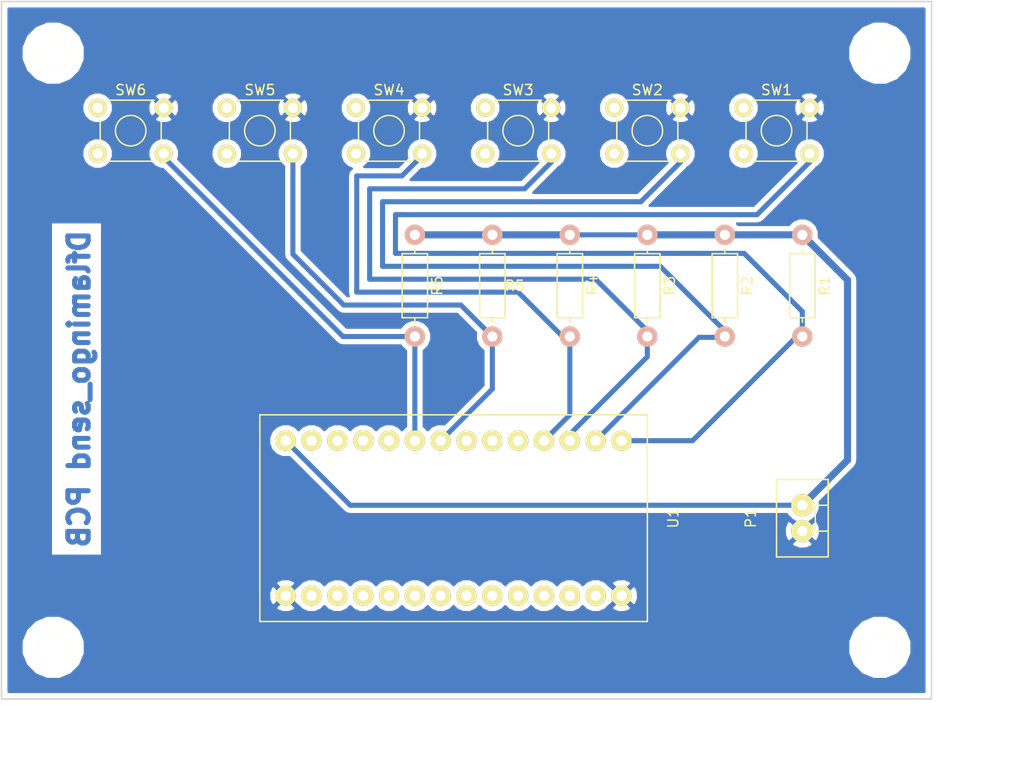
<source format=kicad_pcb>
(kicad_pcb (version 4) (host pcbnew 4.0.1-stable)

  (general
    (links 27)
    (no_connects 2)
    (area 83.315476 86.284999 188.34 162.720001)
    (thickness 1.6)
    (drawings 7)
    (tracks 58)
    (zones 0)
    (modules 18)
    (nets 40)
  )

  (page A4)
  (layers
    (0 F.Cu signal)
    (31 B.Cu signal)
    (32 B.Adhes user)
    (33 F.Adhes user)
    (34 B.Paste user)
    (35 F.Paste user)
    (36 B.SilkS user)
    (37 F.SilkS user)
    (38 B.Mask user)
    (39 F.Mask user)
    (40 Dwgs.User user)
    (41 Cmts.User user)
    (42 Eco1.User user)
    (43 Eco2.User user)
    (44 Edge.Cuts user)
    (45 Margin user)
    (46 B.CrtYd user)
    (47 F.CrtYd user)
    (48 B.Fab user)
    (49 F.Fab user)
  )

  (setup
    (last_trace_width 0.5)
    (trace_clearance 0.2)
    (zone_clearance 0.508)
    (zone_45_only no)
    (trace_min 0.2)
    (segment_width 0.2)
    (edge_width 0.15)
    (via_size 0.6)
    (via_drill 0.4)
    (via_min_size 0.4)
    (via_min_drill 0.3)
    (uvia_size 0.3)
    (uvia_drill 0.1)
    (uvias_allowed no)
    (uvia_min_size 0.2)
    (uvia_min_drill 0.1)
    (pcb_text_width 0.3)
    (pcb_text_size 1.5 1.5)
    (mod_edge_width 0.15)
    (mod_text_size 1 1)
    (mod_text_width 0.15)
    (pad_size 2.2 2.2)
    (pad_drill 1)
    (pad_to_mask_clearance 0.2)
    (aux_axis_origin 0 0)
    (visible_elements 7FFFFFFF)
    (pcbplotparams
      (layerselection 0x01000_80000000)
      (usegerberextensions false)
      (excludeedgelayer true)
      (linewidth 0.100000)
      (plotframeref false)
      (viasonmask false)
      (mode 1)
      (useauxorigin false)
      (hpglpennumber 1)
      (hpglpenspeed 20)
      (hpglpendiameter 15)
      (hpglpenoverlay 2)
      (psnegative false)
      (psa4output false)
      (plotreference true)
      (plotvalue true)
      (plotinvisibletext false)
      (padsonsilk false)
      (subtractmaskfromsilk false)
      (outputformat 1)
      (mirror false)
      (drillshape 0)
      (scaleselection 1)
      (outputdirectory ""))
  )

  (net 0 "")
  (net 1 "Net-(R1-Pad2)")
  (net 2 "Net-(R2-Pad2)")
  (net 3 "Net-(R3-Pad2)")
  (net 4 "Net-(R4-Pad2)")
  (net 5 "Net-(R5-Pad2)")
  (net 6 "Net-(R6-Pad2)")
  (net 7 GND)
  (net 8 "Net-(SW1-Pad1)")
  (net 9 "Net-(SW1-Pad3)")
  (net 10 "Net-(SW2-Pad1)")
  (net 11 "Net-(SW2-Pad3)")
  (net 12 "Net-(SW3-Pad1)")
  (net 13 "Net-(SW3-Pad3)")
  (net 14 "Net-(SW4-Pad1)")
  (net 15 "Net-(SW4-Pad3)")
  (net 16 "Net-(SW5-Pad1)")
  (net 17 "Net-(SW5-Pad3)")
  (net 18 "Net-(SW6-Pad1)")
  (net 19 "Net-(SW6-Pad3)")
  (net 20 "Net-(U1-Pad27)")
  (net 21 "Net-(U1-Pad26)")
  (net 22 "Net-(U1-Pad25)")
  (net 23 "Net-(U1-Pad24)")
  (net 24 "Net-(U1-Pad20)")
  (net 25 "Net-(U1-Pad21)")
  (net 26 "Net-(U1-Pad19)")
  (net 27 "Net-(U1-Pad13)")
  (net 28 "Net-(U1-Pad12)")
  (net 29 "Net-(U1-Pad11)")
  (net 30 "Net-(U1-Pad10)")
  (net 31 "Net-(U1-Pad9)")
  (net 32 "Net-(U1-Pad6)")
  (net 33 "Net-(U1-Pad8)")
  (net 34 "Net-(U1-Pad5)")
  (net 35 "Net-(U1-Pad7)")
  (net 36 "Net-(U1-Pad4)")
  (net 37 "Net-(U1-Pad3)")
  (net 38 "Net-(U1-Pad2)")
  (net 39 VCC)

  (net_class Default "これは標準のネット クラスです。"
    (clearance 0.2)
    (trace_width 0.5)
    (via_dia 0.6)
    (via_drill 0.4)
    (uvia_dia 0.3)
    (uvia_drill 0.1)
    (add_net GND)
    (add_net "Net-(R1-Pad2)")
    (add_net "Net-(R2-Pad2)")
    (add_net "Net-(R3-Pad2)")
    (add_net "Net-(R4-Pad2)")
    (add_net "Net-(R5-Pad2)")
    (add_net "Net-(R6-Pad2)")
    (add_net "Net-(SW1-Pad1)")
    (add_net "Net-(SW1-Pad3)")
    (add_net "Net-(SW2-Pad1)")
    (add_net "Net-(SW2-Pad3)")
    (add_net "Net-(SW3-Pad1)")
    (add_net "Net-(SW3-Pad3)")
    (add_net "Net-(SW4-Pad1)")
    (add_net "Net-(SW4-Pad3)")
    (add_net "Net-(SW5-Pad1)")
    (add_net "Net-(SW5-Pad3)")
    (add_net "Net-(SW6-Pad1)")
    (add_net "Net-(SW6-Pad3)")
    (add_net "Net-(U1-Pad10)")
    (add_net "Net-(U1-Pad11)")
    (add_net "Net-(U1-Pad12)")
    (add_net "Net-(U1-Pad13)")
    (add_net "Net-(U1-Pad19)")
    (add_net "Net-(U1-Pad2)")
    (add_net "Net-(U1-Pad20)")
    (add_net "Net-(U1-Pad21)")
    (add_net "Net-(U1-Pad24)")
    (add_net "Net-(U1-Pad25)")
    (add_net "Net-(U1-Pad26)")
    (add_net "Net-(U1-Pad27)")
    (add_net "Net-(U1-Pad3)")
    (add_net "Net-(U1-Pad4)")
    (add_net "Net-(U1-Pad5)")
    (add_net "Net-(U1-Pad6)")
    (add_net "Net-(U1-Pad7)")
    (add_net "Net-(U1-Pad8)")
    (add_net "Net-(U1-Pad9)")
    (add_net VCC)
  )

  (net_class powers ""
    (clearance 0.2)
    (trace_width 0.7)
    (via_dia 0.6)
    (via_drill 0.4)
    (uvia_dia 0.3)
    (uvia_drill 0.1)
  )

  (module .pretty:XH_conn2 (layer F.Cu) (tedit 5BB1B565) (tstamp 5B61FB29)
    (at 162.56 137.16 270)
    (path /5B2A7B2B)
    (fp_text reference P1 (at 0 5.08 270) (layer F.SilkS)
      (effects (font (size 1 1) (thickness 0.15)))
    )
    (fp_text value CONN_01X02 (at 0 -3.81 270) (layer F.Fab)
      (effects (font (size 1 1) (thickness 0.15)))
    )
    (fp_line (start -1.27 -2.54) (end -1.27 -1.27) (layer F.SilkS) (width 0.15))
    (fp_line (start -1.27 -1.27) (end 1.27 -1.27) (layer F.SilkS) (width 0.15))
    (fp_line (start 1.27 -1.27) (end 1.27 -2.54) (layer F.SilkS) (width 0.15))
    (fp_line (start -3.81 -2.54) (end -3.81 2.54) (layer F.SilkS) (width 0.15))
    (fp_line (start -3.81 2.54) (end 3.81 2.54) (layer F.SilkS) (width 0.15))
    (fp_line (start 3.81 2.54) (end 3.81 -2.54) (layer F.SilkS) (width 0.15))
    (fp_line (start 3.81 -2.54) (end -3.81 -2.54) (layer F.SilkS) (width 0.15))
    (fp_line (start -3.81 -2.54) (end -1.27 -2.54) (layer F.SilkS) (width 0.15))
    (pad 1 thru_hole circle (at -1.27 0 270) (size 2.2 2.2) (drill 1) (layers *.Cu *.Mask F.SilkS)
      (net 39 VCC))
    (pad 2 thru_hole circle (at 1.27 0 270) (size 2.2 2.2) (drill 1) (layers *.Cu *.Mask F.SilkS)
      (net 7 GND))
  )

  (module _local_TMD:R_Resistor_Horizontal_RM10mm (layer F.Cu) (tedit 5620CFD6) (tstamp 5B61FB35)
    (at 162.56 114.3 270)
    (descr "mb_vg06.pdf (Vishay)")
    (tags "Resistor Axial L6.3")
    (path /5B298F50)
    (fp_text reference R1 (at 0 -2.2 270) (layer F.SilkS)
      (effects (font (size 1 1) (thickness 0.15)))
    )
    (fp_text value 10K (at 0 2.2 270) (layer F.Fab)
      (effects (font (size 1 1) (thickness 0.15)))
    )
    (fp_line (start -3.15 -1.25) (end 3.15 -1.25) (layer F.SilkS) (width 0.15))
    (fp_line (start 3.15 -1.25) (end 3.15 1.25) (layer F.SilkS) (width 0.15))
    (fp_line (start 3.15 1.25) (end -3.15 1.25) (layer F.SilkS) (width 0.15))
    (fp_line (start -3.15 1.25) (end -3.15 -1.25) (layer F.SilkS) (width 0.15))
    (fp_line (start -3.15 0) (end -3.6 0) (layer F.SilkS) (width 0.15))
    (fp_line (start 3.15 0) (end 3.6 0) (layer F.SilkS) (width 0.15))
    (pad 1 thru_hole circle (at -5 0 270) (size 2 2) (drill 1) (layers *.Cu *.SilkS *.Mask)
      (net 39 VCC))
    (pad 2 thru_hole circle (at 5 0 270) (size 2 2) (drill 1) (layers *.Cu *.SilkS *.Mask)
      (net 1 "Net-(R1-Pad2)"))
    (model Resistors_ThroughHole.3dshapes/Resistor_Horizontal_RM10mm.wrl
      (at (xyz 0 0 0))
      (scale (xyz 0.4 0.4 0.4))
      (rotate (xyz 0 0 0))
    )
  )

  (module _local_TMD:R_Resistor_Horizontal_RM10mm (layer F.Cu) (tedit 5620CFD6) (tstamp 5B61FB41)
    (at 154.94 114.3 270)
    (descr "mb_vg06.pdf (Vishay)")
    (tags "Resistor Axial L6.3")
    (path /5B299528)
    (fp_text reference R2 (at 0 -2.2 270) (layer F.SilkS)
      (effects (font (size 1 1) (thickness 0.15)))
    )
    (fp_text value 10K (at 0 2.2 270) (layer F.Fab)
      (effects (font (size 1 1) (thickness 0.15)))
    )
    (fp_line (start -3.15 -1.25) (end 3.15 -1.25) (layer F.SilkS) (width 0.15))
    (fp_line (start 3.15 -1.25) (end 3.15 1.25) (layer F.SilkS) (width 0.15))
    (fp_line (start 3.15 1.25) (end -3.15 1.25) (layer F.SilkS) (width 0.15))
    (fp_line (start -3.15 1.25) (end -3.15 -1.25) (layer F.SilkS) (width 0.15))
    (fp_line (start -3.15 0) (end -3.6 0) (layer F.SilkS) (width 0.15))
    (fp_line (start 3.15 0) (end 3.6 0) (layer F.SilkS) (width 0.15))
    (pad 1 thru_hole circle (at -5 0 270) (size 2 2) (drill 1) (layers *.Cu *.SilkS *.Mask)
      (net 39 VCC))
    (pad 2 thru_hole circle (at 5 0 270) (size 2 2) (drill 1) (layers *.Cu *.SilkS *.Mask)
      (net 2 "Net-(R2-Pad2)"))
    (model Resistors_ThroughHole.3dshapes/Resistor_Horizontal_RM10mm.wrl
      (at (xyz 0 0 0))
      (scale (xyz 0.4 0.4 0.4))
      (rotate (xyz 0 0 0))
    )
  )

  (module _local_TMD:R_Resistor_Horizontal_RM10mm (layer F.Cu) (tedit 5620CFD6) (tstamp 5B61FB4D)
    (at 147.32 114.3 270)
    (descr "mb_vg06.pdf (Vishay)")
    (tags "Resistor Axial L6.3")
    (path /5B2999EE)
    (fp_text reference R3 (at 0 -2.2 270) (layer F.SilkS)
      (effects (font (size 1 1) (thickness 0.15)))
    )
    (fp_text value 10K (at 0 2.2 270) (layer F.Fab)
      (effects (font (size 1 1) (thickness 0.15)))
    )
    (fp_line (start -3.15 -1.25) (end 3.15 -1.25) (layer F.SilkS) (width 0.15))
    (fp_line (start 3.15 -1.25) (end 3.15 1.25) (layer F.SilkS) (width 0.15))
    (fp_line (start 3.15 1.25) (end -3.15 1.25) (layer F.SilkS) (width 0.15))
    (fp_line (start -3.15 1.25) (end -3.15 -1.25) (layer F.SilkS) (width 0.15))
    (fp_line (start -3.15 0) (end -3.6 0) (layer F.SilkS) (width 0.15))
    (fp_line (start 3.15 0) (end 3.6 0) (layer F.SilkS) (width 0.15))
    (pad 1 thru_hole circle (at -5 0 270) (size 2 2) (drill 1) (layers *.Cu *.SilkS *.Mask)
      (net 39 VCC))
    (pad 2 thru_hole circle (at 5 0 270) (size 2 2) (drill 1) (layers *.Cu *.SilkS *.Mask)
      (net 3 "Net-(R3-Pad2)"))
    (model Resistors_ThroughHole.3dshapes/Resistor_Horizontal_RM10mm.wrl
      (at (xyz 0 0 0))
      (scale (xyz 0.4 0.4 0.4))
      (rotate (xyz 0 0 0))
    )
  )

  (module _local_TMD:R_Resistor_Horizontal_RM10mm (layer F.Cu) (tedit 5620CFD6) (tstamp 5B61FB59)
    (at 139.7 114.3 270)
    (descr "mb_vg06.pdf (Vishay)")
    (tags "Resistor Axial L6.3")
    (path /5B291076)
    (fp_text reference R4 (at 0 -2.2 270) (layer F.SilkS)
      (effects (font (size 1 1) (thickness 0.15)))
    )
    (fp_text value 10K (at 0 2.2 270) (layer F.Fab)
      (effects (font (size 1 1) (thickness 0.15)))
    )
    (fp_line (start -3.15 -1.25) (end 3.15 -1.25) (layer F.SilkS) (width 0.15))
    (fp_line (start 3.15 -1.25) (end 3.15 1.25) (layer F.SilkS) (width 0.15))
    (fp_line (start 3.15 1.25) (end -3.15 1.25) (layer F.SilkS) (width 0.15))
    (fp_line (start -3.15 1.25) (end -3.15 -1.25) (layer F.SilkS) (width 0.15))
    (fp_line (start -3.15 0) (end -3.6 0) (layer F.SilkS) (width 0.15))
    (fp_line (start 3.15 0) (end 3.6 0) (layer F.SilkS) (width 0.15))
    (pad 1 thru_hole circle (at -5 0 270) (size 2 2) (drill 1) (layers *.Cu *.SilkS *.Mask)
      (net 39 VCC))
    (pad 2 thru_hole circle (at 5 0 270) (size 2 2) (drill 1) (layers *.Cu *.SilkS *.Mask)
      (net 4 "Net-(R4-Pad2)"))
    (model Resistors_ThroughHole.3dshapes/Resistor_Horizontal_RM10mm.wrl
      (at (xyz 0 0 0))
      (scale (xyz 0.4 0.4 0.4))
      (rotate (xyz 0 0 0))
    )
  )

  (module _local_TMD:R_Resistor_Horizontal_RM10mm (layer F.Cu) (tedit 5B603D52) (tstamp 5B61FB65)
    (at 132.08 114.3 270)
    (descr "mb_vg06.pdf (Vishay)")
    (tags "Resistor Axial L6.3")
    (path /5B298FCF)
    (fp_text reference R5 (at 0 -2.2 360) (layer F.SilkS)
      (effects (font (size 1 1) (thickness 0.15)))
    )
    (fp_text value 10K (at 0 2.2 270) (layer F.Fab)
      (effects (font (size 1 1) (thickness 0.15)))
    )
    (fp_line (start -3.15 -1.25) (end 3.15 -1.25) (layer F.SilkS) (width 0.15))
    (fp_line (start 3.15 -1.25) (end 3.15 1.25) (layer F.SilkS) (width 0.15))
    (fp_line (start 3.15 1.25) (end -3.15 1.25) (layer F.SilkS) (width 0.15))
    (fp_line (start -3.15 1.25) (end -3.15 -1.25) (layer F.SilkS) (width 0.15))
    (fp_line (start -3.15 0) (end -3.6 0) (layer F.SilkS) (width 0.15))
    (fp_line (start 3.15 0) (end 3.6 0) (layer F.SilkS) (width 0.15))
    (pad 1 thru_hole circle (at -5 0 270) (size 2 2) (drill 1) (layers *.Cu *.SilkS *.Mask)
      (net 39 VCC))
    (pad 2 thru_hole circle (at 5 0 270) (size 2 2) (drill 1) (layers *.Cu *.SilkS *.Mask)
      (net 5 "Net-(R5-Pad2)"))
    (model Resistors_ThroughHole.3dshapes/Resistor_Horizontal_RM10mm.wrl
      (at (xyz 0 0 0))
      (scale (xyz 0.4 0.4 0.4))
      (rotate (xyz 0 0 0))
    )
  )

  (module _local_TMD:R_Resistor_Horizontal_RM10mm (layer F.Cu) (tedit 5620CFD6) (tstamp 5B61FB71)
    (at 124.46 114.3 270)
    (descr "mb_vg06.pdf (Vishay)")
    (tags "Resistor Axial L6.3")
    (path /5B2999D3)
    (fp_text reference R6 (at 0 -2.2 270) (layer F.SilkS)
      (effects (font (size 1 1) (thickness 0.15)))
    )
    (fp_text value 10K (at 0 2.2 270) (layer F.Fab)
      (effects (font (size 1 1) (thickness 0.15)))
    )
    (fp_line (start -3.15 -1.25) (end 3.15 -1.25) (layer F.SilkS) (width 0.15))
    (fp_line (start 3.15 -1.25) (end 3.15 1.25) (layer F.SilkS) (width 0.15))
    (fp_line (start 3.15 1.25) (end -3.15 1.25) (layer F.SilkS) (width 0.15))
    (fp_line (start -3.15 1.25) (end -3.15 -1.25) (layer F.SilkS) (width 0.15))
    (fp_line (start -3.15 0) (end -3.6 0) (layer F.SilkS) (width 0.15))
    (fp_line (start 3.15 0) (end 3.6 0) (layer F.SilkS) (width 0.15))
    (pad 1 thru_hole circle (at -5 0 270) (size 2 2) (drill 1) (layers *.Cu *.SilkS *.Mask)
      (net 39 VCC))
    (pad 2 thru_hole circle (at 5 0 270) (size 2 2) (drill 1) (layers *.Cu *.SilkS *.Mask)
      (net 6 "Net-(R6-Pad2)"))
    (model Resistors_ThroughHole.3dshapes/Resistor_Horizontal_RM10mm.wrl
      (at (xyz 0 0 0))
      (scale (xyz 0.4 0.4 0.4))
      (rotate (xyz 0 0 0))
    )
  )

  (module _local_TMD:SW_Tactile_6x6mm (layer F.Cu) (tedit 5B603C74) (tstamp 5B61FB7E)
    (at 160.02 99.06)
    (descr "DTS-6-V.pdf (COSLAND)")
    (tags "SWITCH Tactile 6x6mm")
    (path /5B298F4A)
    (fp_text reference SW1 (at 0 -4) (layer F.SilkS)
      (effects (font (size 1 1) (thickness 0.15)))
    )
    (fp_text value Switch_DPST (at 0 4) (layer F.Fab)
      (effects (font (size 1 1) (thickness 0.15)))
    )
    (fp_line (start -2.3 3) (end 2.3 3) (layer F.SilkS) (width 0.15))
    (fp_line (start 3 1) (end 3 -1) (layer F.SilkS) (width 0.15))
    (fp_line (start 2.3 -3) (end -2.3 -3) (layer F.SilkS) (width 0.15))
    (fp_line (start -3 -1) (end -3 1) (layer F.SilkS) (width 0.15))
    (fp_circle (center 0 0) (end 1.5 0) (layer F.SilkS) (width 0.15))
    (pad 2 thru_hole circle (at 3.25 -2.25) (size 1.778 1.778) (drill 1) (layers *.Cu *.Mask F.SilkS)
      (net 7 GND))
    (pad 4 thru_hole circle (at 3.25 2.25) (size 1.778 1.778) (drill 1) (layers *.Cu *.Mask F.SilkS)
      (net 1 "Net-(R1-Pad2)"))
    (pad 3 thru_hole circle (at -3.25 2.25) (size 1.778 1.778) (drill 1) (layers *.Cu *.Mask F.SilkS)
      (net 9 "Net-(SW1-Pad3)"))
    (pad 1 thru_hole circle (at -3.25 -2.25) (size 1.778 1.778) (drill 1) (layers *.Cu *.Mask F.SilkS)
      (net 8 "Net-(SW1-Pad1)"))
  )

  (module _local_TMD:SW_Tactile_6x6mm (layer F.Cu) (tedit 5B603C74) (tstamp 5B61FB8B)
    (at 147.32 99.06)
    (descr "DTS-6-V.pdf (COSLAND)")
    (tags "SWITCH Tactile 6x6mm")
    (path /5B299522)
    (fp_text reference SW2 (at 0 -4) (layer F.SilkS)
      (effects (font (size 1 1) (thickness 0.15)))
    )
    (fp_text value Switch_DPST (at 0 4) (layer F.Fab)
      (effects (font (size 1 1) (thickness 0.15)))
    )
    (fp_line (start -2.3 3) (end 2.3 3) (layer F.SilkS) (width 0.15))
    (fp_line (start 3 1) (end 3 -1) (layer F.SilkS) (width 0.15))
    (fp_line (start 2.3 -3) (end -2.3 -3) (layer F.SilkS) (width 0.15))
    (fp_line (start -3 -1) (end -3 1) (layer F.SilkS) (width 0.15))
    (fp_circle (center 0 0) (end 1.5 0) (layer F.SilkS) (width 0.15))
    (pad 2 thru_hole circle (at 3.25 -2.25) (size 1.778 1.778) (drill 1) (layers *.Cu *.Mask F.SilkS)
      (net 7 GND))
    (pad 4 thru_hole circle (at 3.25 2.25) (size 1.778 1.778) (drill 1) (layers *.Cu *.Mask F.SilkS)
      (net 2 "Net-(R2-Pad2)"))
    (pad 3 thru_hole circle (at -3.25 2.25) (size 1.778 1.778) (drill 1) (layers *.Cu *.Mask F.SilkS)
      (net 11 "Net-(SW2-Pad3)"))
    (pad 1 thru_hole circle (at -3.25 -2.25) (size 1.778 1.778) (drill 1) (layers *.Cu *.Mask F.SilkS)
      (net 10 "Net-(SW2-Pad1)"))
  )

  (module _local_TMD:SW_Tactile_6x6mm (layer F.Cu) (tedit 5B603C74) (tstamp 5B61FB98)
    (at 134.62 99.06)
    (descr "DTS-6-V.pdf (COSLAND)")
    (tags "SWITCH Tactile 6x6mm")
    (path /5B2999E8)
    (fp_text reference SW3 (at 0 -4) (layer F.SilkS)
      (effects (font (size 1 1) (thickness 0.15)))
    )
    (fp_text value Switch_DPST (at 0 4) (layer F.Fab)
      (effects (font (size 1 1) (thickness 0.15)))
    )
    (fp_line (start -2.3 3) (end 2.3 3) (layer F.SilkS) (width 0.15))
    (fp_line (start 3 1) (end 3 -1) (layer F.SilkS) (width 0.15))
    (fp_line (start 2.3 -3) (end -2.3 -3) (layer F.SilkS) (width 0.15))
    (fp_line (start -3 -1) (end -3 1) (layer F.SilkS) (width 0.15))
    (fp_circle (center 0 0) (end 1.5 0) (layer F.SilkS) (width 0.15))
    (pad 2 thru_hole circle (at 3.25 -2.25) (size 1.778 1.778) (drill 1) (layers *.Cu *.Mask F.SilkS)
      (net 7 GND))
    (pad 4 thru_hole circle (at 3.25 2.25) (size 1.778 1.778) (drill 1) (layers *.Cu *.Mask F.SilkS)
      (net 3 "Net-(R3-Pad2)"))
    (pad 3 thru_hole circle (at -3.25 2.25) (size 1.778 1.778) (drill 1) (layers *.Cu *.Mask F.SilkS)
      (net 13 "Net-(SW3-Pad3)"))
    (pad 1 thru_hole circle (at -3.25 -2.25) (size 1.778 1.778) (drill 1) (layers *.Cu *.Mask F.SilkS)
      (net 12 "Net-(SW3-Pad1)"))
  )

  (module _local_TMD:SW_Tactile_6x6mm (layer F.Cu) (tedit 5B603C74) (tstamp 5B61FBA5)
    (at 121.92 99.06)
    (descr "DTS-6-V.pdf (COSLAND)")
    (tags "SWITCH Tactile 6x6mm")
    (path /5B29050B)
    (fp_text reference SW4 (at 0 -4) (layer F.SilkS)
      (effects (font (size 1 1) (thickness 0.15)))
    )
    (fp_text value Switch_DPST (at 0 4) (layer F.Fab)
      (effects (font (size 1 1) (thickness 0.15)))
    )
    (fp_line (start -2.3 3) (end 2.3 3) (layer F.SilkS) (width 0.15))
    (fp_line (start 3 1) (end 3 -1) (layer F.SilkS) (width 0.15))
    (fp_line (start 2.3 -3) (end -2.3 -3) (layer F.SilkS) (width 0.15))
    (fp_line (start -3 -1) (end -3 1) (layer F.SilkS) (width 0.15))
    (fp_circle (center 0 0) (end 1.5 0) (layer F.SilkS) (width 0.15))
    (pad 2 thru_hole circle (at 3.25 -2.25) (size 1.778 1.778) (drill 1) (layers *.Cu *.Mask F.SilkS)
      (net 7 GND))
    (pad 4 thru_hole circle (at 3.25 2.25) (size 1.778 1.778) (drill 1) (layers *.Cu *.Mask F.SilkS)
      (net 4 "Net-(R4-Pad2)"))
    (pad 3 thru_hole circle (at -3.25 2.25) (size 1.778 1.778) (drill 1) (layers *.Cu *.Mask F.SilkS)
      (net 15 "Net-(SW4-Pad3)"))
    (pad 1 thru_hole circle (at -3.25 -2.25) (size 1.778 1.778) (drill 1) (layers *.Cu *.Mask F.SilkS)
      (net 14 "Net-(SW4-Pad1)"))
  )

  (module _local_TMD:SW_Tactile_6x6mm (layer F.Cu) (tedit 5B603C74) (tstamp 5B61FBB2)
    (at 109.22 99.06)
    (descr "DTS-6-V.pdf (COSLAND)")
    (tags "SWITCH Tactile 6x6mm")
    (path /5B298FC9)
    (fp_text reference SW5 (at 0 -4) (layer F.SilkS)
      (effects (font (size 1 1) (thickness 0.15)))
    )
    (fp_text value Switch_DPST (at 0 4) (layer F.Fab)
      (effects (font (size 1 1) (thickness 0.15)))
    )
    (fp_line (start -2.3 3) (end 2.3 3) (layer F.SilkS) (width 0.15))
    (fp_line (start 3 1) (end 3 -1) (layer F.SilkS) (width 0.15))
    (fp_line (start 2.3 -3) (end -2.3 -3) (layer F.SilkS) (width 0.15))
    (fp_line (start -3 -1) (end -3 1) (layer F.SilkS) (width 0.15))
    (fp_circle (center 0 0) (end 1.5 0) (layer F.SilkS) (width 0.15))
    (pad 2 thru_hole circle (at 3.25 -2.25) (size 1.778 1.778) (drill 1) (layers *.Cu *.Mask F.SilkS)
      (net 7 GND))
    (pad 4 thru_hole circle (at 3.25 2.25) (size 1.778 1.778) (drill 1) (layers *.Cu *.Mask F.SilkS)
      (net 5 "Net-(R5-Pad2)"))
    (pad 3 thru_hole circle (at -3.25 2.25) (size 1.778 1.778) (drill 1) (layers *.Cu *.Mask F.SilkS)
      (net 17 "Net-(SW5-Pad3)"))
    (pad 1 thru_hole circle (at -3.25 -2.25) (size 1.778 1.778) (drill 1) (layers *.Cu *.Mask F.SilkS)
      (net 16 "Net-(SW5-Pad1)"))
  )

  (module _local_TMD:SW_Tactile_6x6mm (layer F.Cu) (tedit 5B603C74) (tstamp 5B61FBBF)
    (at 96.52 99.06)
    (descr "DTS-6-V.pdf (COSLAND)")
    (tags "SWITCH Tactile 6x6mm")
    (path /5B2999CD)
    (fp_text reference SW6 (at 0 -4) (layer F.SilkS)
      (effects (font (size 1 1) (thickness 0.15)))
    )
    (fp_text value Switch_DPST (at 0 4) (layer F.Fab)
      (effects (font (size 1 1) (thickness 0.15)))
    )
    (fp_line (start -2.3 3) (end 2.3 3) (layer F.SilkS) (width 0.15))
    (fp_line (start 3 1) (end 3 -1) (layer F.SilkS) (width 0.15))
    (fp_line (start 2.3 -3) (end -2.3 -3) (layer F.SilkS) (width 0.15))
    (fp_line (start -3 -1) (end -3 1) (layer F.SilkS) (width 0.15))
    (fp_circle (center 0 0) (end 1.5 0) (layer F.SilkS) (width 0.15))
    (pad 2 thru_hole circle (at 3.25 -2.25) (size 1.778 1.778) (drill 1) (layers *.Cu *.Mask F.SilkS)
      (net 7 GND))
    (pad 4 thru_hole circle (at 3.25 2.25) (size 1.778 1.778) (drill 1) (layers *.Cu *.Mask F.SilkS)
      (net 6 "Net-(R6-Pad2)"))
    (pad 3 thru_hole circle (at -3.25 2.25) (size 1.778 1.778) (drill 1) (layers *.Cu *.Mask F.SilkS)
      (net 19 "Net-(SW6-Pad3)"))
    (pad 1 thru_hole circle (at -3.25 -2.25) (size 1.778 1.778) (drill 1) (layers *.Cu *.Mask F.SilkS)
      (net 18 "Net-(SW6-Pad1)"))
  )

  (module .pretty:TWE-LITE_DIP (layer F.Cu) (tedit 5B602F02) (tstamp 5B61FBE3)
    (at 127 137.16 90)
    (descr 20)
    (path /5B31EB97)
    (fp_text reference U1 (at 0 22.86 90) (layer F.SilkS)
      (effects (font (size 1 1) (thickness 0.15)))
    )
    (fp_text value TWE-LITE_DIP (at -0.1 -20.96 90) (layer F.Fab)
      (effects (font (size 1 1) (thickness 0.15)))
    )
    (fp_line (start -10.16 -17.78) (end 10.16 -17.78) (layer F.SilkS) (width 0.15))
    (fp_line (start 10.16 -17.78) (end 10.16 20.32) (layer F.SilkS) (width 0.15))
    (fp_line (start 10.16 20.32) (end -10.16 20.32) (layer F.SilkS) (width 0.15))
    (fp_line (start -10.16 20.32) (end -10.16 -17.78) (layer F.SilkS) (width 0.15))
    (pad 27 thru_hole circle (at 7.62 -12.7 90) (size 2 2) (drill 1) (layers *.Cu *.Mask F.SilkS)
      (net 20 "Net-(U1-Pad27)"))
    (pad 26 thru_hole circle (at 7.62 -10.16 90) (size 2 2) (drill 1) (layers *.Cu *.Mask F.SilkS)
      (net 21 "Net-(U1-Pad26)"))
    (pad 25 thru_hole circle (at 7.62 -7.62 90) (size 2 2) (drill 1) (layers *.Cu *.Mask F.SilkS)
      (net 22 "Net-(U1-Pad25)"))
    (pad 24 thru_hole circle (at 7.62 -5.08 90) (size 2 2) (drill 1) (layers *.Cu *.Mask F.SilkS)
      (net 23 "Net-(U1-Pad24)"))
    (pad 23 thru_hole circle (at 7.62 -2.54 90) (size 2 2) (drill 1) (layers *.Cu *.Mask F.SilkS)
      (net 6 "Net-(R6-Pad2)"))
    (pad 22 thru_hole circle (at 7.62 0 90) (size 2 2) (drill 1) (layers *.Cu *.Mask F.SilkS)
      (net 5 "Net-(R5-Pad2)"))
    (pad 21 thru_hole circle (at 7.62 2.54 90) (size 2 2) (drill 1) (layers *.Cu *.Mask F.SilkS)
      (net 25 "Net-(U1-Pad21)"))
    (pad 20 thru_hole circle (at 7.62 5.08 90) (size 2 2) (drill 1) (layers *.Cu *.Mask F.SilkS)
      (net 24 "Net-(U1-Pad20)"))
    (pad 19 thru_hole circle (at 7.62 7.62 90) (size 2 2) (drill 1) (layers *.Cu *.Mask F.SilkS)
      (net 26 "Net-(U1-Pad19)"))
    (pad 18 thru_hole circle (at 7.62 10.16 90) (size 2 2) (drill 1) (layers *.Cu *.Mask F.SilkS)
      (net 4 "Net-(R4-Pad2)"))
    (pad 17 thru_hole circle (at 7.62 12.7 90) (size 2 2) (drill 1) (layers *.Cu *.Mask F.SilkS)
      (net 3 "Net-(R3-Pad2)"))
    (pad 16 thru_hole circle (at 7.62 15.24 90) (size 2 2) (drill 1) (layers *.Cu *.Mask F.SilkS)
      (net 2 "Net-(R2-Pad2)"))
    (pad 28 thru_hole circle (at 7.62 -15.24 90) (size 2 2) (drill 1) (layers *.Cu *.Mask F.SilkS)
      (net 39 VCC))
    (pad 15 thru_hole circle (at 7.62 17.78 90) (size 2 2) (drill 1) (layers *.Cu *.Mask F.SilkS)
      (net 1 "Net-(R1-Pad2)"))
    (pad 14 thru_hole circle (at -7.62 17.78 90) (size 2 2) (drill 1) (layers *.Cu *.Mask F.SilkS)
      (net 7 GND))
    (pad 13 thru_hole circle (at -7.62 15.24 90) (size 2 2) (drill 1) (layers *.Cu *.Mask F.SilkS)
      (net 27 "Net-(U1-Pad13)"))
    (pad 12 thru_hole circle (at -7.62 12.7 90) (size 2 2) (drill 1) (layers *.Cu *.Mask F.SilkS)
      (net 28 "Net-(U1-Pad12)"))
    (pad 11 thru_hole circle (at -7.62 10.16 90) (size 2 2) (drill 1) (layers *.Cu *.Mask F.SilkS)
      (net 29 "Net-(U1-Pad11)"))
    (pad 10 thru_hole circle (at -7.62 7.62 90) (size 2 2) (drill 1) (layers *.Cu *.Mask F.SilkS)
      (net 30 "Net-(U1-Pad10)"))
    (pad 9 thru_hole circle (at -7.62 5.08 90) (size 2 2) (drill 1) (layers *.Cu *.Mask F.SilkS)
      (net 31 "Net-(U1-Pad9)"))
    (pad 8 thru_hole circle (at -7.62 2.54 90) (size 2 2) (drill 1) (layers *.Cu *.Mask F.SilkS)
      (net 33 "Net-(U1-Pad8)"))
    (pad 7 thru_hole circle (at -7.62 0 90) (size 2 2) (drill 1) (layers *.Cu *.Mask F.SilkS)
      (net 35 "Net-(U1-Pad7)"))
    (pad 6 thru_hole circle (at -7.62 -2.54 90) (size 2 2) (drill 1) (layers *.Cu *.Mask F.SilkS)
      (net 32 "Net-(U1-Pad6)"))
    (pad 5 thru_hole circle (at -7.62 -5.08 90) (size 2 2) (drill 1) (layers *.Cu *.Mask F.SilkS)
      (net 34 "Net-(U1-Pad5)"))
    (pad 4 thru_hole circle (at -7.62 -7.62 90) (size 2 2) (drill 1) (layers *.Cu *.Mask F.SilkS)
      (net 36 "Net-(U1-Pad4)"))
    (pad 3 thru_hole circle (at -7.62 -10.16 90) (size 2 2) (drill 1) (layers *.Cu *.Mask F.SilkS)
      (net 37 "Net-(U1-Pad3)"))
    (pad 2 thru_hole circle (at -7.62 -12.7 90) (size 2 2) (drill 1) (layers *.Cu *.Mask F.SilkS)
      (net 38 "Net-(U1-Pad2)"))
    (pad 1 thru_hole circle (at -7.62 -15.24 90) (size 2 2) (drill 1) (layers *.Cu *.Mask F.SilkS)
      (net 7 GND))
  )

  (module _local_TMD:Z_MountHole_M3 (layer F.Cu) (tedit 5633BB84) (tstamp 5B61FEC2)
    (at 88.9 149.86)
    (fp_text reference REF** (at 0 3.8) (layer F.SilkS) hide
      (effects (font (size 1 1) (thickness 0.15)))
    )
    (fp_text value MountHole_M3 (at 0 -3.8) (layer F.Fab) hide
      (effects (font (size 1 1) (thickness 0.15)))
    )
    (pad "" np_thru_hole circle (at 0 0) (size 3 3) (drill 3) (layers *.Cu *.Mask F.SilkS)
      (clearance 1.5))
  )

  (module _local_TMD:Z_MountHole_M3 (layer F.Cu) (tedit 5633BB84) (tstamp 5B61FED5)
    (at 170.18 91.44)
    (fp_text reference REF** (at 0 3.8) (layer F.SilkS) hide
      (effects (font (size 1 1) (thickness 0.15)))
    )
    (fp_text value MountHole_M3 (at 0 -3.8) (layer F.Fab) hide
      (effects (font (size 1 1) (thickness 0.15)))
    )
    (pad "" np_thru_hole circle (at 0 0) (size 3 3) (drill 3) (layers *.Cu *.Mask F.SilkS)
      (clearance 1.5))
  )

  (module _local_TMD:Z_MountHole_M3 (layer F.Cu) (tedit 5633BB84) (tstamp 5B61FEDE)
    (at 170.18 149.86)
    (fp_text reference REF** (at 0 3.8) (layer F.SilkS) hide
      (effects (font (size 1 1) (thickness 0.15)))
    )
    (fp_text value MountHole_M3 (at 0 -3.8) (layer F.Fab) hide
      (effects (font (size 1 1) (thickness 0.15)))
    )
    (pad "" np_thru_hole circle (at 0 0) (size 3 3) (drill 3) (layers *.Cu *.Mask F.SilkS)
      (clearance 1.5))
  )

  (module _local_TMD:Z_MountHole_M3 (layer F.Cu) (tedit 5633BB84) (tstamp 5B61FEE8)
    (at 88.9 91.44)
    (fp_text reference REF** (at 0 3.8) (layer F.SilkS) hide
      (effects (font (size 1 1) (thickness 0.15)))
    )
    (fp_text value MountHole_M3 (at 0 -3.8) (layer F.Fab) hide
      (effects (font (size 1 1) (thickness 0.15)))
    )
    (pad "" np_thru_hole circle (at 0 0) (size 3 3) (drill 3) (layers *.Cu *.Mask F.SilkS)
      (clearance 1.5))
  )

  (dimension 68.58 (width 0.3) (layer F.CrtYd)
    (gr_text "68.580 mm" (at 181.69 120.65 90) (layer F.CrtYd)
      (effects (font (size 1.5 1.5) (thickness 0.3)))
    )
    (feature1 (pts (xy 175.26 86.36) (xy 183.04 86.36)))
    (feature2 (pts (xy 175.26 154.94) (xy 183.04 154.94)))
    (crossbar (pts (xy 180.34 154.94) (xy 180.34 86.36)))
    (arrow1a (pts (xy 180.34 86.36) (xy 180.926421 87.486504)))
    (arrow1b (pts (xy 180.34 86.36) (xy 179.753579 87.486504)))
    (arrow2a (pts (xy 180.34 154.94) (xy 180.926421 153.813496)))
    (arrow2b (pts (xy 180.34 154.94) (xy 179.753579 153.813496)))
  )
  (dimension 91.44 (width 0.3) (layer F.CrtYd)
    (gr_text "91.440 mm" (at 129.54 161.37) (layer F.CrtYd)
      (effects (font (size 1.5 1.5) (thickness 0.3)))
    )
    (feature1 (pts (xy 175.26 154.94) (xy 175.26 162.72)))
    (feature2 (pts (xy 83.82 154.94) (xy 83.82 162.72)))
    (crossbar (pts (xy 83.82 160.02) (xy 175.26 160.02)))
    (arrow1a (pts (xy 175.26 160.02) (xy 174.133496 160.606421)))
    (arrow1b (pts (xy 175.26 160.02) (xy 174.133496 159.433579)))
    (arrow2a (pts (xy 83.82 160.02) (xy 84.946504 160.606421)))
    (arrow2b (pts (xy 83.82 160.02) (xy 84.946504 159.433579)))
  )
  (gr_line (start 83.82 86.36) (end 83.82 154.94) (angle 90) (layer Edge.Cuts) (width 0.15))
  (gr_line (start 175.26 154.94) (end 83.82 154.94) (angle 90) (layer Edge.Cuts) (width 0.15))
  (gr_line (start 175.26 86.36) (end 175.26 154.94) (angle 90) (layer Edge.Cuts) (width 0.15))
  (gr_line (start 83.82 86.36) (end 175.26 86.36) (angle 90) (layer Edge.Cuts) (width 0.15))
  (gr_text "Dflamingo_send PCB" (at 91.44 124.46 90) (layer B.Cu)
    (effects (font (size 2 2) (thickness 0.5)) (justify mirror))
  )

  (segment (start 163.27 101.31) (end 163.27 102.16) (width 0.5) (layer B.Cu) (net 1))
  (segment (start 163.27 102.16) (end 158.115 107.315) (width 0.5) (layer B.Cu) (net 1) (tstamp 5B61FE77))
  (segment (start 158.115 107.315) (end 123.19 107.315) (width 0.5) (layer B.Cu) (net 1) (tstamp 5B61FE78))
  (segment (start 123.19 107.315) (end 122.555 107.315) (width 0.5) (layer B.Cu) (net 1) (tstamp 5B61FE7A))
  (segment (start 122.555 107.315) (end 122.555 111.125) (width 0.5) (layer B.Cu) (net 1) (tstamp 5B61FE7B))
  (segment (start 122.555 111.125) (end 156.845 111.125) (width 0.5) (layer B.Cu) (net 1) (tstamp 5B61FE7C))
  (segment (start 156.845 111.125) (end 162.56 116.84) (width 0.5) (layer B.Cu) (net 1) (tstamp 5B61FE7D))
  (segment (start 162.56 116.84) (end 162.56 119.3) (width 0.5) (layer B.Cu) (net 1) (tstamp 5B61FE7E))
  (segment (start 162.56 119.3) (end 162.005 119.3) (width 0.7) (layer B.Cu) (net 1))
  (segment (start 162.005 119.3) (end 151.765 129.54) (width 0.5) (layer B.Cu) (net 1) (tstamp 5B61FE40))
  (segment (start 151.765 129.54) (end 144.78 129.54) (width 0.5) (layer B.Cu) (net 1) (tstamp 5B61FE41))
  (segment (start 150.57 101.31) (end 150.57 102.16) (width 0.5) (layer B.Cu) (net 2))
  (segment (start 150.57 102.16) (end 146.685 106.045) (width 0.5) (layer B.Cu) (net 2) (tstamp 5B61FE82))
  (segment (start 146.685 106.045) (end 121.285 106.045) (width 0.5) (layer B.Cu) (net 2) (tstamp 5B61FE83))
  (segment (start 121.285 106.045) (end 121.285 112.395) (width 0.5) (layer B.Cu) (net 2) (tstamp 5B61FE85))
  (segment (start 121.285 112.395) (end 148.59 112.395) (width 0.5) (layer B.Cu) (net 2) (tstamp 5B61FE86))
  (segment (start 148.59 112.395) (end 154.94 118.745) (width 0.5) (layer B.Cu) (net 2) (tstamp 5B61FE87))
  (segment (start 154.94 118.745) (end 154.94 119.3) (width 0.5) (layer B.Cu) (net 2) (tstamp 5B61FE88))
  (segment (start 142.24 129.54) (end 152.4 119.38) (width 0.5) (layer B.Cu) (net 2))
  (segment (start 152.4 119.38) (end 154.86 119.38) (width 0.5) (layer B.Cu) (net 2) (tstamp 5B61FE50))
  (segment (start 154.86 119.38) (end 154.94 119.3) (width 0.5) (layer B.Cu) (net 2) (tstamp 5B61FE51))
  (segment (start 137.87 101.31) (end 137.87 102.16) (width 0.5) (layer B.Cu) (net 3))
  (segment (start 137.87 102.16) (end 135.255 104.775) (width 0.5) (layer B.Cu) (net 3) (tstamp 5B61FE8B))
  (segment (start 135.255 104.775) (end 120.015 104.775) (width 0.5) (layer B.Cu) (net 3) (tstamp 5B61FE8C))
  (segment (start 120.015 104.775) (end 120.015 113.665) (width 0.5) (layer B.Cu) (net 3) (tstamp 5B61FE8E))
  (segment (start 120.015 113.665) (end 142.24 113.665) (width 0.5) (layer B.Cu) (net 3) (tstamp 5B61FE8F))
  (segment (start 142.24 113.665) (end 147.32 118.745) (width 0.5) (layer B.Cu) (net 3) (tstamp 5B61FE90))
  (segment (start 147.32 118.745) (end 147.32 119.3) (width 0.5) (layer B.Cu) (net 3) (tstamp 5B61FE91))
  (segment (start 139.7 129.54) (end 139.7 128.905) (width 0.5) (layer B.Cu) (net 3))
  (segment (start 139.7 128.905) (end 147.32 121.285) (width 0.5) (layer B.Cu) (net 3) (tstamp 5B61FE58))
  (segment (start 147.32 121.285) (end 147.32 119.3) (width 0.5) (layer B.Cu) (net 3) (tstamp 5B61FE59))
  (segment (start 125.17 101.31) (end 125.17 101.525) (width 0.5) (layer B.Cu) (net 4))
  (segment (start 125.17 101.525) (end 123.19 103.505) (width 0.5) (layer B.Cu) (net 4) (tstamp 5B61FE94))
  (segment (start 123.19 103.505) (end 118.745 103.505) (width 0.5) (layer B.Cu) (net 4) (tstamp 5B61FE95))
  (segment (start 118.745 103.505) (end 118.745 114.935) (width 0.5) (layer B.Cu) (net 4) (tstamp 5B61FE96))
  (segment (start 118.745 114.935) (end 134.62 114.935) (width 0.5) (layer B.Cu) (net 4) (tstamp 5B61FE97))
  (segment (start 134.62 114.935) (end 138.985 119.3) (width 0.5) (layer B.Cu) (net 4) (tstamp 5B61FE98))
  (segment (start 138.985 119.3) (end 139.7 119.3) (width 0.5) (layer B.Cu) (net 4) (tstamp 5B61FE99))
  (segment (start 139.7 119.3) (end 139.7 127) (width 0.5) (layer B.Cu) (net 4))
  (segment (start 139.7 127) (end 137.16 129.54) (width 0.5) (layer B.Cu) (net 4) (tstamp 5B61FE5C))
  (segment (start 112.47 101.31) (end 112.47 111.2) (width 0.5) (layer B.Cu) (net 5))
  (segment (start 128.985 116.205) (end 132.08 119.3) (width 0.5) (layer B.Cu) (net 5) (tstamp 5B61FEA0))
  (segment (start 117.475 116.205) (end 128.985 116.205) (width 0.5) (layer B.Cu) (net 5) (tstamp 5B61FE9E))
  (segment (start 112.47 111.2) (end 117.475 116.205) (width 0.5) (layer B.Cu) (net 5) (tstamp 5B61FE9C))
  (segment (start 132.08 119.3) (end 132.08 124.46) (width 0.5) (layer B.Cu) (net 5))
  (segment (start 132.08 124.46) (end 127 129.54) (width 0.5) (layer B.Cu) (net 5) (tstamp 5B61FE60))
  (segment (start 99.77 101.31) (end 99.77 101.675) (width 0.5) (layer B.Cu) (net 6))
  (segment (start 99.77 101.675) (end 117.395 119.3) (width 0.5) (layer B.Cu) (net 6) (tstamp 5B61FEA4))
  (segment (start 117.395 119.3) (end 124.46 119.3) (width 0.5) (layer B.Cu) (net 6) (tstamp 5B61FEA5))
  (segment (start 124.46 119.3) (end 124.46 129.54) (width 0.5) (layer B.Cu) (net 6))
  (segment (start 111.76 129.54) (end 118.11 135.89) (width 0.5) (layer B.Cu) (net 39))
  (segment (start 118.11 135.89) (end 162.56 135.89) (width 0.5) (layer B.Cu) (net 39) (tstamp 5B61FE6C) (status 20))
  (segment (start 162.56 135.89) (end 167.005 131.445) (width 0.7) (layer B.Cu) (net 39) (status 10))
  (segment (start 167.005 131.445) (end 167.005 113.745) (width 0.7) (layer B.Cu) (net 39) (tstamp 5B61FE28))
  (segment (start 167.005 113.745) (end 162.56 109.3) (width 0.7) (layer B.Cu) (net 39) (tstamp 5B61FE29))
  (segment (start 162.56 109.3) (end 147.32 109.3) (width 0.7) (layer B.Cu) (net 39) (tstamp 5B61FE2B))
  (segment (start 147.32 109.3) (end 139.7 109.3) (width 0.5) (layer B.Cu) (net 39) (tstamp 5B61FE2D))
  (segment (start 139.7 109.3) (end 124.46 109.3) (width 0.7) (layer B.Cu) (net 39) (tstamp 5B61FE2E))

  (zone (net 7) (net_name GND) (layer B.Cu) (tstamp 5B61FF07) (hatch edge 0.508)
    (connect_pads (clearance 0.508))
    (min_thickness 0.254)
    (fill yes (arc_segments 16) (thermal_gap 0.508) (thermal_bridge_width 0.508))
    (polygon
      (pts
        (xy 83.82 86.36) (xy 175.26 86.36) (xy 175.26 154.94) (xy 83.82 154.94)
      )
    )
    (filled_polygon
      (pts
        (xy 174.55 154.23) (xy 84.53 154.23) (xy 84.53 150.47927) (xy 85.772458 150.47927) (xy 86.247512 151.628989)
        (xy 87.126384 152.509396) (xy 88.275272 152.986456) (xy 89.51927 152.987542) (xy 90.668989 152.512488) (xy 91.549396 151.633616)
        (xy 92.026456 150.484728) (xy 92.02646 150.47927) (xy 167.052458 150.47927) (xy 167.527512 151.628989) (xy 168.406384 152.509396)
        (xy 169.555272 152.986456) (xy 170.79927 152.987542) (xy 171.948989 152.512488) (xy 172.829396 151.633616) (xy 173.306456 150.484728)
        (xy 173.307542 149.24073) (xy 172.832488 148.091011) (xy 171.953616 147.210604) (xy 170.804728 146.733544) (xy 169.56073 146.732458)
        (xy 168.411011 147.207512) (xy 167.530604 148.086384) (xy 167.053544 149.235272) (xy 167.052458 150.47927) (xy 92.02646 150.47927)
        (xy 92.027542 149.24073) (xy 91.552488 148.091011) (xy 90.673616 147.210604) (xy 89.524728 146.733544) (xy 88.28073 146.732458)
        (xy 87.131011 147.207512) (xy 86.250604 148.086384) (xy 85.773544 149.235272) (xy 85.772458 150.47927) (xy 84.53 150.47927)
        (xy 84.53 145.932532) (xy 110.787073 145.932532) (xy 110.885736 146.199387) (xy 111.495461 146.425908) (xy 112.14546 146.401856)
        (xy 112.634264 146.199387) (xy 112.732927 145.932532) (xy 111.76 144.959605) (xy 110.787073 145.932532) (xy 84.53 145.932532)
        (xy 84.53 144.515461) (xy 110.114092 144.515461) (xy 110.138144 145.16546) (xy 110.340613 145.654264) (xy 110.607468 145.752927)
        (xy 111.580395 144.78) (xy 111.939605 144.78) (xy 112.912532 145.752927) (xy 112.947938 145.739836) (xy 113.372637 146.165278)
        (xy 113.973352 146.414716) (xy 114.623795 146.415284) (xy 115.224943 146.166894) (xy 115.570199 145.822241) (xy 115.912637 146.165278)
        (xy 116.513352 146.414716) (xy 117.163795 146.415284) (xy 117.764943 146.166894) (xy 118.110199 145.822241) (xy 118.452637 146.165278)
        (xy 119.053352 146.414716) (xy 119.703795 146.415284) (xy 120.304943 146.166894) (xy 120.650199 145.822241) (xy 120.992637 146.165278)
        (xy 121.593352 146.414716) (xy 122.243795 146.415284) (xy 122.844943 146.166894) (xy 123.190199 145.822241) (xy 123.532637 146.165278)
        (xy 124.133352 146.414716) (xy 124.783795 146.415284) (xy 125.384943 146.166894) (xy 125.730199 145.822241) (xy 126.072637 146.165278)
        (xy 126.673352 146.414716) (xy 127.323795 146.415284) (xy 127.924943 146.166894) (xy 128.270199 145.822241) (xy 128.612637 146.165278)
        (xy 129.213352 146.414716) (xy 129.863795 146.415284) (xy 130.464943 146.166894) (xy 130.810199 145.822241) (xy 131.152637 146.165278)
        (xy 131.753352 146.414716) (xy 132.403795 146.415284) (xy 133.004943 146.166894) (xy 133.350199 145.822241) (xy 133.692637 146.165278)
        (xy 134.293352 146.414716) (xy 134.943795 146.415284) (xy 135.544943 146.166894) (xy 135.890199 145.822241) (xy 136.232637 146.165278)
        (xy 136.833352 146.414716) (xy 137.483795 146.415284) (xy 138.084943 146.166894) (xy 138.430199 145.822241) (xy 138.772637 146.165278)
        (xy 139.373352 146.414716) (xy 140.023795 146.415284) (xy 140.624943 146.166894) (xy 140.970199 145.822241) (xy 141.312637 146.165278)
        (xy 141.913352 146.414716) (xy 142.563795 146.415284) (xy 143.164943 146.166894) (xy 143.399715 145.932532) (xy 143.807073 145.932532)
        (xy 143.905736 146.199387) (xy 144.515461 146.425908) (xy 145.16546 146.401856) (xy 145.654264 146.199387) (xy 145.752927 145.932532)
        (xy 144.78 144.959605) (xy 143.807073 145.932532) (xy 143.399715 145.932532) (xy 143.592562 145.740022) (xy 143.627468 145.752927)
        (xy 144.600395 144.78) (xy 144.959605 144.78) (xy 145.932532 145.752927) (xy 146.199387 145.654264) (xy 146.425908 145.044539)
        (xy 146.401856 144.39454) (xy 146.199387 143.905736) (xy 145.932532 143.807073) (xy 144.959605 144.78) (xy 144.600395 144.78)
        (xy 143.627468 143.807073) (xy 143.592062 143.820164) (xy 143.399703 143.627468) (xy 143.807073 143.627468) (xy 144.78 144.600395)
        (xy 145.752927 143.627468) (xy 145.654264 143.360613) (xy 145.044539 143.134092) (xy 144.39454 143.158144) (xy 143.905736 143.360613)
        (xy 143.807073 143.627468) (xy 143.399703 143.627468) (xy 143.167363 143.394722) (xy 142.566648 143.145284) (xy 141.916205 143.144716)
        (xy 141.315057 143.393106) (xy 140.969801 143.737759) (xy 140.627363 143.394722) (xy 140.026648 143.145284) (xy 139.376205 143.144716)
        (xy 138.775057 143.393106) (xy 138.429801 143.737759) (xy 138.087363 143.394722) (xy 137.486648 143.145284) (xy 136.836205 143.144716)
        (xy 136.235057 143.393106) (xy 135.889801 143.737759) (xy 135.547363 143.394722) (xy 134.946648 143.145284) (xy 134.296205 143.144716)
        (xy 133.695057 143.393106) (xy 133.349801 143.737759) (xy 133.007363 143.394722) (xy 132.406648 143.145284) (xy 131.756205 143.144716)
        (xy 131.155057 143.393106) (xy 130.809801 143.737759) (xy 130.467363 143.394722) (xy 129.866648 143.145284) (xy 129.216205 143.144716)
        (xy 128.615057 143.393106) (xy 128.269801 143.737759) (xy 127.927363 143.394722) (xy 127.326648 143.145284) (xy 126.676205 143.144716)
        (xy 126.075057 143.393106) (xy 125.729801 143.737759) (xy 125.387363 143.394722) (xy 124.786648 143.145284) (xy 124.136205 143.144716)
        (xy 123.535057 143.393106) (xy 123.189801 143.737759) (xy 122.847363 143.394722) (xy 122.246648 143.145284) (xy 121.596205 143.144716)
        (xy 120.995057 143.393106) (xy 120.649801 143.737759) (xy 120.307363 143.394722) (xy 119.706648 143.145284) (xy 119.056205 143.144716)
        (xy 118.455057 143.393106) (xy 118.109801 143.737759) (xy 117.767363 143.394722) (xy 117.166648 143.145284) (xy 116.516205 143.144716)
        (xy 115.915057 143.393106) (xy 115.569801 143.737759) (xy 115.227363 143.394722) (xy 114.626648 143.145284) (xy 113.976205 143.144716)
        (xy 113.375057 143.393106) (xy 112.947438 143.819978) (xy 112.912532 143.807073) (xy 111.939605 144.78) (xy 111.580395 144.78)
        (xy 110.607468 143.807073) (xy 110.340613 143.905736) (xy 110.114092 144.515461) (xy 84.53 144.515461) (xy 84.53 143.627468)
        (xy 110.787073 143.627468) (xy 111.76 144.600395) (xy 112.732927 143.627468) (xy 112.634264 143.360613) (xy 112.024539 143.134092)
        (xy 111.37454 143.158144) (xy 110.885736 143.360613) (xy 110.787073 143.627468) (xy 84.53 143.627468) (xy 84.53 108.051189)
        (xy 88.655 108.051189) (xy 88.655 140.868811) (xy 93.725 140.868811) (xy 93.725 139.654868) (xy 161.514737 139.654868)
        (xy 161.625641 139.932099) (xy 162.271593 140.175323) (xy 162.961453 140.152836) (xy 163.494359 139.932099) (xy 163.605263 139.654868)
        (xy 162.56 138.609605) (xy 161.514737 139.654868) (xy 93.725 139.654868) (xy 93.725 138.141593) (xy 160.814677 138.141593)
        (xy 160.837164 138.831453) (xy 161.057901 139.364359) (xy 161.335132 139.475263) (xy 162.380395 138.43) (xy 162.739605 138.43)
        (xy 163.784868 139.475263) (xy 164.062099 139.364359) (xy 164.305323 138.718407) (xy 164.282836 138.028547) (xy 164.062099 137.495641)
        (xy 163.784868 137.384737) (xy 162.739605 138.43) (xy 162.380395 138.43) (xy 161.335132 137.384737) (xy 161.057901 137.495641)
        (xy 160.814677 138.141593) (xy 93.725 138.141593) (xy 93.725 108.051189) (xy 88.655 108.051189) (xy 84.53 108.051189)
        (xy 84.53 101.611812) (xy 91.745736 101.611812) (xy 91.977262 102.172149) (xy 92.405596 102.601231) (xy 92.965528 102.833735)
        (xy 93.571812 102.834264) (xy 94.132149 102.602738) (xy 94.561231 102.174404) (xy 94.793735 101.614472) (xy 94.793737 101.611812)
        (xy 98.245736 101.611812) (xy 98.477262 102.172149) (xy 98.905596 102.601231) (xy 99.465528 102.833735) (xy 99.67734 102.83392)
        (xy 116.769208 119.925787) (xy 116.76921 119.92579) (xy 117.056325 120.117633) (xy 117.112516 120.12881) (xy 117.395 120.185001)
        (xy 117.395005 120.185) (xy 123.056602 120.185) (xy 123.073106 120.224943) (xy 123.532637 120.685278) (xy 123.575 120.702869)
        (xy 123.575 128.136602) (xy 123.535057 128.153106) (xy 123.189801 128.497759) (xy 122.847363 128.154722) (xy 122.246648 127.905284)
        (xy 121.596205 127.904716) (xy 120.995057 128.153106) (xy 120.649801 128.497759) (xy 120.307363 128.154722) (xy 119.706648 127.905284)
        (xy 119.056205 127.904716) (xy 118.455057 128.153106) (xy 118.109801 128.497759) (xy 117.767363 128.154722) (xy 117.166648 127.905284)
        (xy 116.516205 127.904716) (xy 115.915057 128.153106) (xy 115.569801 128.497759) (xy 115.227363 128.154722) (xy 114.626648 127.905284)
        (xy 113.976205 127.904716) (xy 113.375057 128.153106) (xy 113.029801 128.497759) (xy 112.687363 128.154722) (xy 112.086648 127.905284)
        (xy 111.436205 127.904716) (xy 110.835057 128.153106) (xy 110.374722 128.612637) (xy 110.125284 129.213352) (xy 110.124716 129.863795)
        (xy 110.373106 130.464943) (xy 110.832637 130.925278) (xy 111.433352 131.174716) (xy 112.083795 131.175284) (xy 112.126188 131.157768)
        (xy 117.484208 136.515787) (xy 117.48421 136.51579) (xy 117.736969 136.684677) (xy 117.771325 136.707633) (xy 118.11 136.775001)
        (xy 118.110005 136.775) (xy 161.048402 136.775) (xy 161.088281 136.871515) (xy 161.575918 137.360004) (xy 161.736139 137.426534)
        (xy 162.56 138.250395) (xy 163.383305 137.42709) (xy 163.541515 137.361719) (xy 164.030004 136.874082) (xy 164.294699 136.236627)
        (xy 164.2953 135.5477) (xy 167.7015 132.1415) (xy 167.915021 131.821943) (xy 167.99 131.445) (xy 167.99 113.745)
        (xy 167.915021 113.368057) (xy 167.7015 113.0485) (xy 164.19479 109.54179) (xy 164.195284 108.976205) (xy 163.946894 108.375057)
        (xy 163.487363 107.914722) (xy 162.886648 107.665284) (xy 162.236205 107.664716) (xy 161.635057 107.913106) (xy 161.23246 108.315)
        (xy 156.266942 108.315) (xy 156.152143 108.2) (xy 158.114995 108.2) (xy 158.115 108.200001) (xy 158.397484 108.14381)
        (xy 158.453675 108.132633) (xy 158.74079 107.94079) (xy 163.895787 102.785792) (xy 163.89579 102.78579) (xy 163.974606 102.667833)
        (xy 164.132149 102.602738) (xy 164.561231 102.174404) (xy 164.793735 101.614472) (xy 164.794264 101.008188) (xy 164.562738 100.447851)
        (xy 164.134404 100.018769) (xy 163.574472 99.786265) (xy 162.968188 99.785736) (xy 162.407851 100.017262) (xy 161.978769 100.445596)
        (xy 161.746265 101.005528) (xy 161.745736 101.611812) (xy 161.977262 102.172149) (xy 161.991754 102.186667) (xy 157.74842 106.43)
        (xy 147.55158 106.43) (xy 151.195787 102.785792) (xy 151.19579 102.78579) (xy 151.274606 102.667833) (xy 151.432149 102.602738)
        (xy 151.861231 102.174404) (xy 152.093735 101.614472) (xy 152.093737 101.611812) (xy 155.245736 101.611812) (xy 155.477262 102.172149)
        (xy 155.905596 102.601231) (xy 156.465528 102.833735) (xy 157.071812 102.834264) (xy 157.632149 102.602738) (xy 158.061231 102.174404)
        (xy 158.293735 101.614472) (xy 158.294264 101.008188) (xy 158.062738 100.447851) (xy 157.634404 100.018769) (xy 157.074472 99.786265)
        (xy 156.468188 99.785736) (xy 155.907851 100.017262) (xy 155.478769 100.445596) (xy 155.246265 101.005528) (xy 155.245736 101.611812)
        (xy 152.093737 101.611812) (xy 152.094264 101.008188) (xy 151.862738 100.447851) (xy 151.434404 100.018769) (xy 150.874472 99.786265)
        (xy 150.268188 99.785736) (xy 149.707851 100.017262) (xy 149.278769 100.445596) (xy 149.046265 101.005528) (xy 149.045736 101.611812)
        (xy 149.277262 102.172149) (xy 149.291754 102.186667) (xy 146.31842 105.16) (xy 136.12158 105.16) (xy 138.495787 102.785792)
        (xy 138.49579 102.78579) (xy 138.574606 102.667833) (xy 138.732149 102.602738) (xy 139.161231 102.174404) (xy 139.393735 101.614472)
        (xy 139.393737 101.611812) (xy 142.545736 101.611812) (xy 142.777262 102.172149) (xy 143.205596 102.601231) (xy 143.765528 102.833735)
        (xy 144.371812 102.834264) (xy 144.932149 102.602738) (xy 145.361231 102.174404) (xy 145.593735 101.614472) (xy 145.594264 101.008188)
        (xy 145.362738 100.447851) (xy 144.934404 100.018769) (xy 144.374472 99.786265) (xy 143.768188 99.785736) (xy 143.207851 100.017262)
        (xy 142.778769 100.445596) (xy 142.546265 101.005528) (xy 142.545736 101.611812) (xy 139.393737 101.611812) (xy 139.394264 101.008188)
        (xy 139.162738 100.447851) (xy 138.734404 100.018769) (xy 138.174472 99.786265) (xy 137.568188 99.785736) (xy 137.007851 100.017262)
        (xy 136.578769 100.445596) (xy 136.346265 101.005528) (xy 136.345736 101.611812) (xy 136.577262 102.172149) (xy 136.591754 102.186667)
        (xy 134.88842 103.89) (xy 124.05658 103.89) (xy 125.112629 102.833951) (xy 125.471812 102.834264) (xy 126.032149 102.602738)
        (xy 126.461231 102.174404) (xy 126.693735 101.614472) (xy 126.693737 101.611812) (xy 129.845736 101.611812) (xy 130.077262 102.172149)
        (xy 130.505596 102.601231) (xy 131.065528 102.833735) (xy 131.671812 102.834264) (xy 132.232149 102.602738) (xy 132.661231 102.174404)
        (xy 132.893735 101.614472) (xy 132.894264 101.008188) (xy 132.662738 100.447851) (xy 132.234404 100.018769) (xy 131.674472 99.786265)
        (xy 131.068188 99.785736) (xy 130.507851 100.017262) (xy 130.078769 100.445596) (xy 129.846265 101.005528) (xy 129.845736 101.611812)
        (xy 126.693737 101.611812) (xy 126.694264 101.008188) (xy 126.462738 100.447851) (xy 126.034404 100.018769) (xy 125.474472 99.786265)
        (xy 124.868188 99.785736) (xy 124.307851 100.017262) (xy 123.878769 100.445596) (xy 123.646265 101.005528) (xy 123.645736 101.611812)
        (xy 123.700082 101.743339) (xy 122.82342 102.62) (xy 119.490372 102.62) (xy 119.532149 102.602738) (xy 119.961231 102.174404)
        (xy 120.193735 101.614472) (xy 120.194264 101.008188) (xy 119.962738 100.447851) (xy 119.534404 100.018769) (xy 118.974472 99.786265)
        (xy 118.368188 99.785736) (xy 117.807851 100.017262) (xy 117.378769 100.445596) (xy 117.146265 101.005528) (xy 117.145736 101.611812)
        (xy 117.377262 102.172149) (xy 117.805596 102.601231) (xy 118.25559 102.788085) (xy 118.11921 102.87921) (xy 117.927367 103.166325)
        (xy 117.86 103.505) (xy 117.86 114.935) (xy 117.927367 115.273675) (xy 117.95832 115.32) (xy 117.841579 115.32)
        (xy 113.355 110.83342) (xy 113.355 102.579927) (xy 113.761231 102.174404) (xy 113.993735 101.614472) (xy 113.994264 101.008188)
        (xy 113.762738 100.447851) (xy 113.334404 100.018769) (xy 112.774472 99.786265) (xy 112.168188 99.785736) (xy 111.607851 100.017262)
        (xy 111.178769 100.445596) (xy 110.946265 101.005528) (xy 110.945736 101.611812) (xy 111.177262 102.172149) (xy 111.585 102.580599)
        (xy 111.585 111.199995) (xy 111.584999 111.2) (xy 111.637448 111.463674) (xy 111.652367 111.538675) (xy 111.794097 111.75079)
        (xy 111.84421 111.82579) (xy 116.849208 116.830787) (xy 116.84921 116.83079) (xy 117.136325 117.022633) (xy 117.192516 117.03381)
        (xy 117.475 117.090001) (xy 117.475005 117.09) (xy 128.61842 117.09) (xy 130.461858 118.933437) (xy 130.445284 118.973352)
        (xy 130.444716 119.623795) (xy 130.693106 120.224943) (xy 131.152637 120.685278) (xy 131.195 120.702869) (xy 131.195 124.093421)
        (xy 127.366562 127.921858) (xy 127.326648 127.905284) (xy 126.676205 127.904716) (xy 126.075057 128.153106) (xy 125.729801 128.497759)
        (xy 125.387363 128.154722) (xy 125.345 128.137131) (xy 125.345 120.703398) (xy 125.384943 120.686894) (xy 125.845278 120.227363)
        (xy 126.094716 119.626648) (xy 126.095284 118.976205) (xy 125.846894 118.375057) (xy 125.387363 117.914722) (xy 124.786648 117.665284)
        (xy 124.136205 117.664716) (xy 123.535057 117.913106) (xy 123.074722 118.372637) (xy 123.057131 118.415) (xy 117.761579 118.415)
        (xy 101.196124 101.849544) (xy 101.293735 101.614472) (xy 101.293737 101.611812) (xy 104.445736 101.611812) (xy 104.677262 102.172149)
        (xy 105.105596 102.601231) (xy 105.665528 102.833735) (xy 106.271812 102.834264) (xy 106.832149 102.602738) (xy 107.261231 102.174404)
        (xy 107.493735 101.614472) (xy 107.494264 101.008188) (xy 107.262738 100.447851) (xy 106.834404 100.018769) (xy 106.274472 99.786265)
        (xy 105.668188 99.785736) (xy 105.107851 100.017262) (xy 104.678769 100.445596) (xy 104.446265 101.005528) (xy 104.445736 101.611812)
        (xy 101.293737 101.611812) (xy 101.294264 101.008188) (xy 101.062738 100.447851) (xy 100.634404 100.018769) (xy 100.074472 99.786265)
        (xy 99.468188 99.785736) (xy 98.907851 100.017262) (xy 98.478769 100.445596) (xy 98.246265 101.005528) (xy 98.245736 101.611812)
        (xy 94.793737 101.611812) (xy 94.794264 101.008188) (xy 94.562738 100.447851) (xy 94.134404 100.018769) (xy 93.574472 99.786265)
        (xy 92.968188 99.785736) (xy 92.407851 100.017262) (xy 91.978769 100.445596) (xy 91.746265 101.005528) (xy 91.745736 101.611812)
        (xy 84.53 101.611812) (xy 84.53 97.111812) (xy 91.745736 97.111812) (xy 91.977262 97.672149) (xy 92.405596 98.101231)
        (xy 92.965528 98.333735) (xy 93.571812 98.334264) (xy 94.132149 98.102738) (xy 94.353076 97.882196) (xy 98.877409 97.882196)
        (xy 98.962467 98.137539) (xy 99.531965 98.345516) (xy 100.1377 98.319723) (xy 100.577533 98.137539) (xy 100.662591 97.882196)
        (xy 99.77 96.989605) (xy 98.877409 97.882196) (xy 94.353076 97.882196) (xy 94.561231 97.674404) (xy 94.793735 97.114472)
        (xy 94.794208 96.571965) (xy 98.234484 96.571965) (xy 98.260277 97.1777) (xy 98.442461 97.617533) (xy 98.697804 97.702591)
        (xy 99.590395 96.81) (xy 99.949605 96.81) (xy 100.842196 97.702591) (xy 101.097539 97.617533) (xy 101.282225 97.111812)
        (xy 104.445736 97.111812) (xy 104.677262 97.672149) (xy 105.105596 98.101231) (xy 105.665528 98.333735) (xy 106.271812 98.334264)
        (xy 106.832149 98.102738) (xy 107.053076 97.882196) (xy 111.577409 97.882196) (xy 111.662467 98.137539) (xy 112.231965 98.345516)
        (xy 112.8377 98.319723) (xy 113.277533 98.137539) (xy 113.362591 97.882196) (xy 112.47 96.989605) (xy 111.577409 97.882196)
        (xy 107.053076 97.882196) (xy 107.261231 97.674404) (xy 107.493735 97.114472) (xy 107.494208 96.571965) (xy 110.934484 96.571965)
        (xy 110.960277 97.1777) (xy 111.142461 97.617533) (xy 111.397804 97.702591) (xy 112.290395 96.81) (xy 112.649605 96.81)
        (xy 113.542196 97.702591) (xy 113.797539 97.617533) (xy 113.982225 97.111812) (xy 117.145736 97.111812) (xy 117.377262 97.672149)
        (xy 117.805596 98.101231) (xy 118.365528 98.333735) (xy 118.971812 98.334264) (xy 119.532149 98.102738) (xy 119.753076 97.882196)
        (xy 124.277409 97.882196) (xy 124.362467 98.137539) (xy 124.931965 98.345516) (xy 125.5377 98.319723) (xy 125.977533 98.137539)
        (xy 126.062591 97.882196) (xy 125.17 96.989605) (xy 124.277409 97.882196) (xy 119.753076 97.882196) (xy 119.961231 97.674404)
        (xy 120.193735 97.114472) (xy 120.194208 96.571965) (xy 123.634484 96.571965) (xy 123.660277 97.1777) (xy 123.842461 97.617533)
        (xy 124.097804 97.702591) (xy 124.990395 96.81) (xy 125.349605 96.81) (xy 126.242196 97.702591) (xy 126.497539 97.617533)
        (xy 126.682225 97.111812) (xy 129.845736 97.111812) (xy 130.077262 97.672149) (xy 130.505596 98.101231) (xy 131.065528 98.333735)
        (xy 131.671812 98.334264) (xy 132.232149 98.102738) (xy 132.453076 97.882196) (xy 136.977409 97.882196) (xy 137.062467 98.137539)
        (xy 137.631965 98.345516) (xy 138.2377 98.319723) (xy 138.677533 98.137539) (xy 138.762591 97.882196) (xy 137.87 96.989605)
        (xy 136.977409 97.882196) (xy 132.453076 97.882196) (xy 132.661231 97.674404) (xy 132.893735 97.114472) (xy 132.894208 96.571965)
        (xy 136.334484 96.571965) (xy 136.360277 97.1777) (xy 136.542461 97.617533) (xy 136.797804 97.702591) (xy 137.690395 96.81)
        (xy 138.049605 96.81) (xy 138.942196 97.702591) (xy 139.197539 97.617533) (xy 139.382225 97.111812) (xy 142.545736 97.111812)
        (xy 142.777262 97.672149) (xy 143.205596 98.101231) (xy 143.765528 98.333735) (xy 144.371812 98.334264) (xy 144.932149 98.102738)
        (xy 145.153076 97.882196) (xy 149.677409 97.882196) (xy 149.762467 98.137539) (xy 150.331965 98.345516) (xy 150.9377 98.319723)
        (xy 151.377533 98.137539) (xy 151.462591 97.882196) (xy 150.57 96.989605) (xy 149.677409 97.882196) (xy 145.153076 97.882196)
        (xy 145.361231 97.674404) (xy 145.593735 97.114472) (xy 145.594208 96.571965) (xy 149.034484 96.571965) (xy 149.060277 97.1777)
        (xy 149.242461 97.617533) (xy 149.497804 97.702591) (xy 150.390395 96.81) (xy 150.749605 96.81) (xy 151.642196 97.702591)
        (xy 151.897539 97.617533) (xy 152.082225 97.111812) (xy 155.245736 97.111812) (xy 155.477262 97.672149) (xy 155.905596 98.101231)
        (xy 156.465528 98.333735) (xy 157.071812 98.334264) (xy 157.632149 98.102738) (xy 157.853076 97.882196) (xy 162.377409 97.882196)
        (xy 162.462467 98.137539) (xy 163.031965 98.345516) (xy 163.6377 98.319723) (xy 164.077533 98.137539) (xy 164.162591 97.882196)
        (xy 163.27 96.989605) (xy 162.377409 97.882196) (xy 157.853076 97.882196) (xy 158.061231 97.674404) (xy 158.293735 97.114472)
        (xy 158.294208 96.571965) (xy 161.734484 96.571965) (xy 161.760277 97.1777) (xy 161.942461 97.617533) (xy 162.197804 97.702591)
        (xy 163.090395 96.81) (xy 163.449605 96.81) (xy 164.342196 97.702591) (xy 164.597539 97.617533) (xy 164.805516 97.048035)
        (xy 164.779723 96.4423) (xy 164.597539 96.002467) (xy 164.342196 95.917409) (xy 163.449605 96.81) (xy 163.090395 96.81)
        (xy 162.197804 95.917409) (xy 161.942461 96.002467) (xy 161.734484 96.571965) (xy 158.294208 96.571965) (xy 158.294264 96.508188)
        (xy 158.062738 95.947851) (xy 157.853058 95.737804) (xy 162.377409 95.737804) (xy 163.27 96.630395) (xy 164.162591 95.737804)
        (xy 164.077533 95.482461) (xy 163.508035 95.274484) (xy 162.9023 95.300277) (xy 162.462467 95.482461) (xy 162.377409 95.737804)
        (xy 157.853058 95.737804) (xy 157.634404 95.518769) (xy 157.074472 95.286265) (xy 156.468188 95.285736) (xy 155.907851 95.517262)
        (xy 155.478769 95.945596) (xy 155.246265 96.505528) (xy 155.245736 97.111812) (xy 152.082225 97.111812) (xy 152.105516 97.048035)
        (xy 152.079723 96.4423) (xy 151.897539 96.002467) (xy 151.642196 95.917409) (xy 150.749605 96.81) (xy 150.390395 96.81)
        (xy 149.497804 95.917409) (xy 149.242461 96.002467) (xy 149.034484 96.571965) (xy 145.594208 96.571965) (xy 145.594264 96.508188)
        (xy 145.362738 95.947851) (xy 145.153058 95.737804) (xy 149.677409 95.737804) (xy 150.57 96.630395) (xy 151.462591 95.737804)
        (xy 151.377533 95.482461) (xy 150.808035 95.274484) (xy 150.2023 95.300277) (xy 149.762467 95.482461) (xy 149.677409 95.737804)
        (xy 145.153058 95.737804) (xy 144.934404 95.518769) (xy 144.374472 95.286265) (xy 143.768188 95.285736) (xy 143.207851 95.517262)
        (xy 142.778769 95.945596) (xy 142.546265 96.505528) (xy 142.545736 97.111812) (xy 139.382225 97.111812) (xy 139.405516 97.048035)
        (xy 139.379723 96.4423) (xy 139.197539 96.002467) (xy 138.942196 95.917409) (xy 138.049605 96.81) (xy 137.690395 96.81)
        (xy 136.797804 95.917409) (xy 136.542461 96.002467) (xy 136.334484 96.571965) (xy 132.894208 96.571965) (xy 132.894264 96.508188)
        (xy 132.662738 95.947851) (xy 132.453058 95.737804) (xy 136.977409 95.737804) (xy 137.87 96.630395) (xy 138.762591 95.737804)
        (xy 138.677533 95.482461) (xy 138.108035 95.274484) (xy 137.5023 95.300277) (xy 137.062467 95.482461) (xy 136.977409 95.737804)
        (xy 132.453058 95.737804) (xy 132.234404 95.518769) (xy 131.674472 95.286265) (xy 131.068188 95.285736) (xy 130.507851 95.517262)
        (xy 130.078769 95.945596) (xy 129.846265 96.505528) (xy 129.845736 97.111812) (xy 126.682225 97.111812) (xy 126.705516 97.048035)
        (xy 126.679723 96.4423) (xy 126.497539 96.002467) (xy 126.242196 95.917409) (xy 125.349605 96.81) (xy 124.990395 96.81)
        (xy 124.097804 95.917409) (xy 123.842461 96.002467) (xy 123.634484 96.571965) (xy 120.194208 96.571965) (xy 120.194264 96.508188)
        (xy 119.962738 95.947851) (xy 119.753058 95.737804) (xy 124.277409 95.737804) (xy 125.17 96.630395) (xy 126.062591 95.737804)
        (xy 125.977533 95.482461) (xy 125.408035 95.274484) (xy 124.8023 95.300277) (xy 124.362467 95.482461) (xy 124.277409 95.737804)
        (xy 119.753058 95.737804) (xy 119.534404 95.518769) (xy 118.974472 95.286265) (xy 118.368188 95.285736) (xy 117.807851 95.517262)
        (xy 117.378769 95.945596) (xy 117.146265 96.505528) (xy 117.145736 97.111812) (xy 113.982225 97.111812) (xy 114.005516 97.048035)
        (xy 113.979723 96.4423) (xy 113.797539 96.002467) (xy 113.542196 95.917409) (xy 112.649605 96.81) (xy 112.290395 96.81)
        (xy 111.397804 95.917409) (xy 111.142461 96.002467) (xy 110.934484 96.571965) (xy 107.494208 96.571965) (xy 107.494264 96.508188)
        (xy 107.262738 95.947851) (xy 107.053058 95.737804) (xy 111.577409 95.737804) (xy 112.47 96.630395) (xy 113.362591 95.737804)
        (xy 113.277533 95.482461) (xy 112.708035 95.274484) (xy 112.1023 95.300277) (xy 111.662467 95.482461) (xy 111.577409 95.737804)
        (xy 107.053058 95.737804) (xy 106.834404 95.518769) (xy 106.274472 95.286265) (xy 105.668188 95.285736) (xy 105.107851 95.517262)
        (xy 104.678769 95.945596) (xy 104.446265 96.505528) (xy 104.445736 97.111812) (xy 101.282225 97.111812) (xy 101.305516 97.048035)
        (xy 101.279723 96.4423) (xy 101.097539 96.002467) (xy 100.842196 95.917409) (xy 99.949605 96.81) (xy 99.590395 96.81)
        (xy 98.697804 95.917409) (xy 98.442461 96.002467) (xy 98.234484 96.571965) (xy 94.794208 96.571965) (xy 94.794264 96.508188)
        (xy 94.562738 95.947851) (xy 94.353058 95.737804) (xy 98.877409 95.737804) (xy 99.77 96.630395) (xy 100.662591 95.737804)
        (xy 100.577533 95.482461) (xy 100.008035 95.274484) (xy 99.4023 95.300277) (xy 98.962467 95.482461) (xy 98.877409 95.737804)
        (xy 94.353058 95.737804) (xy 94.134404 95.518769) (xy 93.574472 95.286265) (xy 92.968188 95.285736) (xy 92.407851 95.517262)
        (xy 91.978769 95.945596) (xy 91.746265 96.505528) (xy 91.745736 97.111812) (xy 84.53 97.111812) (xy 84.53 92.05927)
        (xy 85.772458 92.05927) (xy 86.247512 93.208989) (xy 87.126384 94.089396) (xy 88.275272 94.566456) (xy 89.51927 94.567542)
        (xy 90.668989 94.092488) (xy 91.549396 93.213616) (xy 92.026456 92.064728) (xy 92.02646 92.05927) (xy 167.052458 92.05927)
        (xy 167.527512 93.208989) (xy 168.406384 94.089396) (xy 169.555272 94.566456) (xy 170.79927 94.567542) (xy 171.948989 94.092488)
        (xy 172.829396 93.213616) (xy 173.306456 92.064728) (xy 173.307542 90.82073) (xy 172.832488 89.671011) (xy 171.953616 88.790604)
        (xy 170.804728 88.313544) (xy 169.56073 88.312458) (xy 168.411011 88.787512) (xy 167.530604 89.666384) (xy 167.053544 90.815272)
        (xy 167.052458 92.05927) (xy 92.02646 92.05927) (xy 92.027542 90.82073) (xy 91.552488 89.671011) (xy 90.673616 88.790604)
        (xy 89.524728 88.313544) (xy 88.28073 88.312458) (xy 87.131011 88.787512) (xy 86.250604 89.666384) (xy 85.773544 90.815272)
        (xy 85.772458 92.05927) (xy 84.53 92.05927) (xy 84.53 87.07) (xy 174.55 87.07)
      )
    )
  )
)

</source>
